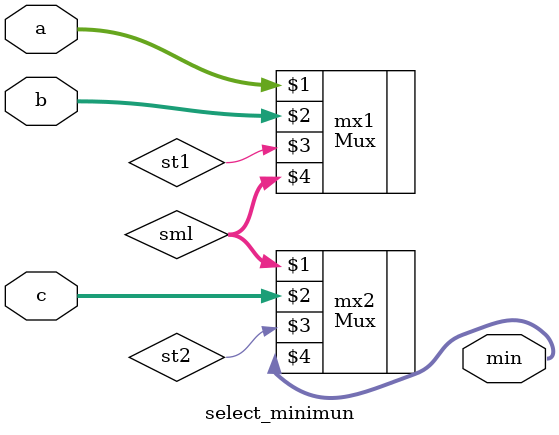
<source format=v>
module select_minimun(a,b,c,min);
  parameter n = 8;
  input [n-1:0] a,b,c;
  output [n-1:0] min;
  wire st1,st2;
  wire [n-1:0] sml;

  Mux mx1(a,b,st1,sml);
  Mux mx2(sml,c,st2,min);
endmodule

</source>
